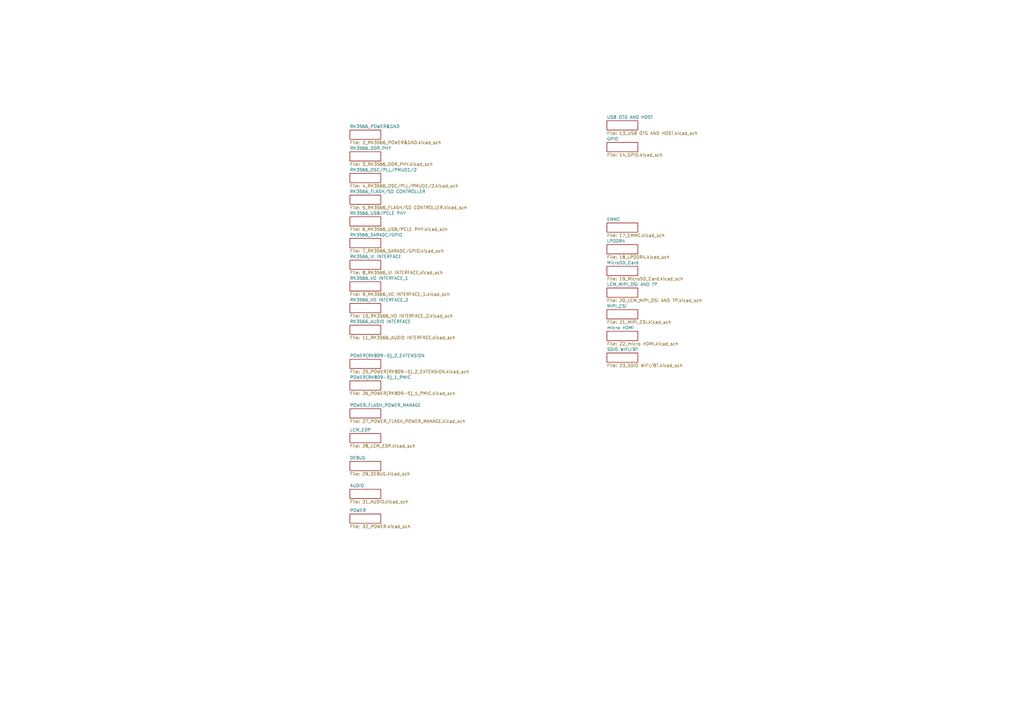
<source format=kicad_sch>
(kicad_sch
	(version 20250114)
	(generator "eeschema")
	(generator_version "9.0")
	(uuid "365a06a3-d093-4a49-a3f6-e0ba78d8761f")
	(paper "A3")
	(lib_symbols)
	(sheet
		(at 248.92 135.89)
		(size 12.7 3.81)
		(exclude_from_sim no)
		(in_bom yes)
		(on_board yes)
		(dnp no)
		(fields_autoplaced yes)
		(stroke
			(width 0)
			(type solid)
		)
		(fill
			(color 0 0 0 0.0000)
		)
		(uuid "008caa2c-0a86-487b-a304-0bd606b87c48")
		(property "Sheetname" "micro HDMI"
			(at 248.92 135.1784 0)
			(effects
				(font
					(size 1.27 1.27)
				)
				(justify left bottom)
			)
		)
		(property "Sheetfile" "22_micro HDMI.kicad_sch"
			(at 248.92 140.2846 0)
			(effects
				(font
					(size 1.27 1.27)
				)
				(justify left top)
			)
		)
		(instances
			(project "LCSC TaishanPi RK3566"
				(path "/365a06a3-d093-4a49-a3f6-e0ba78d8761f"
					(page "22")
				)
			)
		)
	)
	(sheet
		(at 143.51 133.35)
		(size 12.7 3.81)
		(exclude_from_sim no)
		(in_bom yes)
		(on_board yes)
		(dnp no)
		(fields_autoplaced yes)
		(stroke
			(width 0)
			(type solid)
		)
		(fill
			(color 0 0 0 0.0000)
		)
		(uuid "168aa6c3-aeff-447e-a80c-3d4803a4956d")
		(property "Sheetname" "RK3566_AUDIO INTERFACE"
			(at 143.51 132.6384 0)
			(effects
				(font
					(size 1.27 1.27)
				)
				(justify left bottom)
			)
		)
		(property "Sheetfile" "11_RK3566_AUDIO INTERFACE.kicad_sch"
			(at 143.51 137.7446 0)
			(effects
				(font
					(size 1.27 1.27)
				)
				(justify left top)
			)
		)
		(instances
			(project "LCSC TaishanPi RK3566"
				(path "/365a06a3-d093-4a49-a3f6-e0ba78d8761f"
					(page "11")
				)
			)
		)
	)
	(sheet
		(at 143.51 62.23)
		(size 12.7 3.81)
		(exclude_from_sim no)
		(in_bom yes)
		(on_board yes)
		(dnp no)
		(fields_autoplaced yes)
		(stroke
			(width 0)
			(type solid)
		)
		(fill
			(color 0 0 0 0.0000)
		)
		(uuid "290e5ca3-357e-4f90-9a7f-603ac522b793")
		(property "Sheetname" "RK3566_DDR_PHY"
			(at 143.51 61.5184 0)
			(effects
				(font
					(size 1.27 1.27)
				)
				(justify left bottom)
			)
		)
		(property "Sheetfile" "3_RK3566_DDR_PHY.kicad_sch"
			(at 143.51 66.6246 0)
			(effects
				(font
					(size 1.27 1.27)
				)
				(justify left top)
			)
		)
		(instances
			(project "LCSC TaishanPi RK3566"
				(path "/365a06a3-d093-4a49-a3f6-e0ba78d8761f"
					(page "3")
				)
			)
		)
	)
	(sheet
		(at 143.51 88.9)
		(size 12.7 3.81)
		(exclude_from_sim no)
		(in_bom yes)
		(on_board yes)
		(dnp no)
		(fields_autoplaced yes)
		(stroke
			(width 0)
			(type solid)
		)
		(fill
			(color 0 0 0 0.0000)
		)
		(uuid "3132e043-163e-43c7-be76-f5b58c7eca94")
		(property "Sheetname" "RK3566_USB/PCLE PHY"
			(at 143.51 88.1884 0)
			(effects
				(font
					(size 1.27 1.27)
				)
				(justify left bottom)
			)
		)
		(property "Sheetfile" "6_RK3566_USB{slash}PCLE PHY.kicad_sch"
			(at 143.51 93.2946 0)
			(effects
				(font
					(size 1.27 1.27)
				)
				(justify left top)
			)
		)
		(instances
			(project "LCSC TaishanPi RK3566"
				(path "/365a06a3-d093-4a49-a3f6-e0ba78d8761f"
					(page "6")
				)
			)
		)
	)
	(sheet
		(at 143.51 200.66)
		(size 12.7 3.81)
		(exclude_from_sim no)
		(in_bom yes)
		(on_board yes)
		(dnp no)
		(fields_autoplaced yes)
		(stroke
			(width 0)
			(type solid)
		)
		(fill
			(color 0 0 0 0.0000)
		)
		(uuid "3631c813-2c06-4307-a952-461f59e69a84")
		(property "Sheetname" "AUDIO"
			(at 143.51 199.9484 0)
			(effects
				(font
					(size 1.27 1.27)
				)
				(justify left bottom)
			)
		)
		(property "Sheetfile" "31_AUDIO.kicad_sch"
			(at 143.51 205.0546 0)
			(effects
				(font
					(size 1.27 1.27)
				)
				(justify left top)
			)
		)
		(instances
			(project "LCSC TaishanPi RK3566"
				(path "/365a06a3-d093-4a49-a3f6-e0ba78d8761f"
					(page "31")
				)
			)
		)
	)
	(sheet
		(at 143.51 97.79)
		(size 12.7 3.81)
		(exclude_from_sim no)
		(in_bom yes)
		(on_board yes)
		(dnp no)
		(fields_autoplaced yes)
		(stroke
			(width 0)
			(type solid)
		)
		(fill
			(color 0 0 0 0.0000)
		)
		(uuid "36c5eb8e-8f34-4b70-a186-afdbf28663d5")
		(property "Sheetname" "RK3566_SARADC/GPIO"
			(at 143.51 97.0784 0)
			(effects
				(font
					(size 1.27 1.27)
				)
				(justify left bottom)
			)
		)
		(property "Sheetfile" "7_RK3566_SARADC{slash}GPIO.kicad_sch"
			(at 143.51 102.1846 0)
			(effects
				(font
					(size 1.27 1.27)
				)
				(justify left top)
			)
		)
		(instances
			(project "LCSC TaishanPi RK3566"
				(path "/365a06a3-d093-4a49-a3f6-e0ba78d8761f"
					(page "7")
				)
			)
		)
	)
	(sheet
		(at 248.92 144.78)
		(size 12.7 3.81)
		(exclude_from_sim no)
		(in_bom yes)
		(on_board yes)
		(dnp no)
		(fields_autoplaced yes)
		(stroke
			(width 0)
			(type solid)
		)
		(fill
			(color 0 0 0 0.0000)
		)
		(uuid "3b6f2b66-22e5-4251-977e-26b746686d49")
		(property "Sheetname" "SDIO WIFI/BT"
			(at 248.92 144.0684 0)
			(effects
				(font
					(size 1.27 1.27)
				)
				(justify left bottom)
			)
		)
		(property "Sheetfile" "23_SDIO WIFI{slash}BT.kicad_sch"
			(at 248.92 149.1746 0)
			(effects
				(font
					(size 1.27 1.27)
				)
				(justify left top)
			)
		)
		(instances
			(project "LCSC TaishanPi RK3566"
				(path "/365a06a3-d093-4a49-a3f6-e0ba78d8761f"
					(page "23")
				)
			)
		)
	)
	(sheet
		(at 248.92 49.53)
		(size 12.7 3.81)
		(exclude_from_sim no)
		(in_bom yes)
		(on_board yes)
		(dnp no)
		(fields_autoplaced yes)
		(stroke
			(width 0)
			(type solid)
		)
		(fill
			(color 0 0 0 0.0000)
		)
		(uuid "3e654b63-f116-4265-b0d8-38e4e630d6e3")
		(property "Sheetname" "USB OTG AND HOST"
			(at 248.92 48.8184 0)
			(effects
				(font
					(size 1.27 1.27)
				)
				(justify left bottom)
			)
		)
		(property "Sheetfile" "13_USB OTG AND HOST.kicad_sch"
			(at 248.92 53.9246 0)
			(effects
				(font
					(size 1.27 1.27)
				)
				(justify left top)
			)
		)
		(instances
			(project "LCSC TaishanPi RK3566"
				(path "/365a06a3-d093-4a49-a3f6-e0ba78d8761f"
					(page "13")
				)
			)
		)
	)
	(sheet
		(at 248.92 91.44)
		(size 12.7 3.81)
		(exclude_from_sim no)
		(in_bom yes)
		(on_board yes)
		(dnp no)
		(fields_autoplaced yes)
		(stroke
			(width 0)
			(type solid)
		)
		(fill
			(color 0 0 0 0.0000)
		)
		(uuid "3f379422-ec0a-4c3d-bf7b-50cd95e279ca")
		(property "Sheetname" "EMMC"
			(at 248.92 90.7284 0)
			(effects
				(font
					(size 1.27 1.27)
				)
				(justify left bottom)
			)
		)
		(property "Sheetfile" "17_EMMC.kicad_sch"
			(at 248.92 95.8346 0)
			(effects
				(font
					(size 1.27 1.27)
				)
				(justify left top)
			)
		)
		(instances
			(project "LCSC TaishanPi RK3566"
				(path "/365a06a3-d093-4a49-a3f6-e0ba78d8761f"
					(page "17")
				)
			)
		)
	)
	(sheet
		(at 143.51 106.68)
		(size 12.7 3.81)
		(exclude_from_sim no)
		(in_bom yes)
		(on_board yes)
		(dnp no)
		(fields_autoplaced yes)
		(stroke
			(width 0)
			(type solid)
		)
		(fill
			(color 0 0 0 0.0000)
		)
		(uuid "4a00cbb6-e20c-40c6-ac5a-05ef3b321eaa")
		(property "Sheetname" "RK3566_VI INTERFACE"
			(at 143.51 105.9684 0)
			(effects
				(font
					(size 1.27 1.27)
				)
				(justify left bottom)
			)
		)
		(property "Sheetfile" "8_RK3566_VI INTERFACE.kicad_sch"
			(at 143.51 111.0746 0)
			(effects
				(font
					(size 1.27 1.27)
				)
				(justify left top)
			)
		)
		(instances
			(project "LCSC TaishanPi RK3566"
				(path "/365a06a3-d093-4a49-a3f6-e0ba78d8761f"
					(page "8")
				)
			)
		)
	)
	(sheet
		(at 143.51 53.34)
		(size 12.7 3.81)
		(exclude_from_sim no)
		(in_bom yes)
		(on_board yes)
		(dnp no)
		(fields_autoplaced yes)
		(stroke
			(width 0)
			(type solid)
		)
		(fill
			(color 0 0 0 0.0000)
		)
		(uuid "5805e4e4-dab4-4f3c-be63-cae06ec1bcec")
		(property "Sheetname" "RK3566_POWER&GND"
			(at 143.51 52.6284 0)
			(effects
				(font
					(size 1.27 1.27)
				)
				(justify left bottom)
			)
		)
		(property "Sheetfile" "2_RK3566_POWER&GND.kicad_sch"
			(at 143.51 57.7346 0)
			(effects
				(font
					(size 1.27 1.27)
				)
				(justify left top)
			)
		)
		(instances
			(project "LCSC TaishanPi RK3566"
				(path "/365a06a3-d093-4a49-a3f6-e0ba78d8761f"
					(page "2")
				)
			)
		)
	)
	(sheet
		(at 143.51 124.46)
		(size 12.7 3.81)
		(exclude_from_sim no)
		(in_bom yes)
		(on_board yes)
		(dnp no)
		(fields_autoplaced yes)
		(stroke
			(width 0)
			(type solid)
		)
		(fill
			(color 0 0 0 0.0000)
		)
		(uuid "59c2b9d3-ac94-4693-85ca-8665172cda0e")
		(property "Sheetname" "RK3566_VO INTERFACE_2"
			(at 143.51 123.7484 0)
			(effects
				(font
					(size 1.27 1.27)
				)
				(justify left bottom)
			)
		)
		(property "Sheetfile" "10_RK3566_VO INTERFACE_2.kicad_sch"
			(at 143.51 128.8546 0)
			(effects
				(font
					(size 1.27 1.27)
				)
				(justify left top)
			)
		)
		(instances
			(project "LCSC TaishanPi RK3566"
				(path "/365a06a3-d093-4a49-a3f6-e0ba78d8761f"
					(page "10")
				)
			)
		)
	)
	(sheet
		(at 143.51 71.12)
		(size 12.7 3.81)
		(exclude_from_sim no)
		(in_bom yes)
		(on_board yes)
		(dnp no)
		(fields_autoplaced yes)
		(stroke
			(width 0)
			(type solid)
		)
		(fill
			(color 0 0 0 0.0000)
		)
		(uuid "5a53e4b0-f1e2-49e9-82a4-12ea82aab44b")
		(property "Sheetname" "RK3566_OSC/PLL/PMUO1/2"
			(at 143.51 70.4084 0)
			(effects
				(font
					(size 1.27 1.27)
				)
				(justify left bottom)
			)
		)
		(property "Sheetfile" "4_RK3566_OSC{slash}PLL{slash}PMUO1{slash}2.kicad_sch"
			(at 143.51 75.5146 0)
			(effects
				(font
					(size 1.27 1.27)
				)
				(justify left top)
			)
		)
		(instances
			(project "LCSC TaishanPi RK3566"
				(path "/365a06a3-d093-4a49-a3f6-e0ba78d8761f"
					(page "4")
				)
			)
		)
	)
	(sheet
		(at 143.51 210.82)
		(size 12.7 3.81)
		(exclude_from_sim no)
		(in_bom yes)
		(on_board yes)
		(dnp no)
		(fields_autoplaced yes)
		(stroke
			(width 0)
			(type solid)
		)
		(fill
			(color 0 0 0 0.0000)
		)
		(uuid "5ecfe0f0-339e-48ac-a51f-13d807bee0d0")
		(property "Sheetname" "POWER"
			(at 143.51 210.1084 0)
			(effects
				(font
					(size 1.27 1.27)
				)
				(justify left bottom)
			)
		)
		(property "Sheetfile" "32_POWER.kicad_sch"
			(at 143.51 215.2146 0)
			(effects
				(font
					(size 1.27 1.27)
				)
				(justify left top)
			)
		)
		(instances
			(project "LCSC TaishanPi RK3566"
				(path "/365a06a3-d093-4a49-a3f6-e0ba78d8761f"
					(page "32")
				)
			)
		)
	)
	(sheet
		(at 143.51 189.23)
		(size 12.7 3.81)
		(exclude_from_sim no)
		(in_bom yes)
		(on_board yes)
		(dnp no)
		(fields_autoplaced yes)
		(stroke
			(width 0)
			(type solid)
		)
		(fill
			(color 0 0 0 0.0000)
		)
		(uuid "624a611c-b3cd-480b-9cf0-ba976730d2de")
		(property "Sheetname" "DEBUG"
			(at 143.51 188.5184 0)
			(effects
				(font
					(size 1.27 1.27)
				)
				(justify left bottom)
			)
		)
		(property "Sheetfile" "29_DEBUG.kicad_sch"
			(at 143.51 193.6246 0)
			(effects
				(font
					(size 1.27 1.27)
				)
				(justify left top)
			)
		)
		(instances
			(project "LCSC TaishanPi RK3566"
				(path "/365a06a3-d093-4a49-a3f6-e0ba78d8761f"
					(page "29")
				)
			)
		)
	)
	(sheet
		(at 143.51 156.21)
		(size 12.7 3.81)
		(exclude_from_sim no)
		(in_bom yes)
		(on_board yes)
		(dnp no)
		(fields_autoplaced yes)
		(stroke
			(width 0)
			(type solid)
		)
		(fill
			(color 0 0 0 0.0000)
		)
		(uuid "8ee45504-74cd-4a09-afcc-3b8bdbf13d0f")
		(property "Sheetname" "POWER(RK809-5)_1_PMIC"
			(at 143.51 155.4984 0)
			(effects
				(font
					(size 1.27 1.27)
				)
				(justify left bottom)
			)
		)
		(property "Sheetfile" "26_POWER(RK809-5)_1_PMIC.kicad_sch"
			(at 143.51 160.6046 0)
			(effects
				(font
					(size 1.27 1.27)
				)
				(justify left top)
			)
		)
		(instances
			(project "LCSC TaishanPi RK3566"
				(path "/365a06a3-d093-4a49-a3f6-e0ba78d8761f"
					(page "26")
				)
			)
		)
	)
	(sheet
		(at 143.51 167.64)
		(size 12.7 3.81)
		(exclude_from_sim no)
		(in_bom yes)
		(on_board yes)
		(dnp no)
		(fields_autoplaced yes)
		(stroke
			(width 0)
			(type solid)
		)
		(fill
			(color 0 0 0 0.0000)
		)
		(uuid "9b6135bd-7f45-40c4-940a-f4310e9ffa6d")
		(property "Sheetname" "POWER_FLASH_POWER_MANAGE"
			(at 143.51 166.9284 0)
			(effects
				(font
					(size 1.27 1.27)
				)
				(justify left bottom)
			)
		)
		(property "Sheetfile" "27_POWER_FLASH_POWER_MANAGE.kicad_sch"
			(at 143.51 172.0346 0)
			(effects
				(font
					(size 1.27 1.27)
				)
				(justify left top)
			)
		)
		(instances
			(project "LCSC TaishanPi RK3566"
				(path "/365a06a3-d093-4a49-a3f6-e0ba78d8761f"
					(page "27")
				)
			)
		)
	)
	(sheet
		(at 248.92 58.42)
		(size 12.7 3.81)
		(exclude_from_sim no)
		(in_bom yes)
		(on_board yes)
		(dnp no)
		(fields_autoplaced yes)
		(stroke
			(width 0)
			(type solid)
		)
		(fill
			(color 0 0 0 0.0000)
		)
		(uuid "9d6edea7-207d-4a70-872b-766eb5226c1e")
		(property "Sheetname" "GPIO"
			(at 248.92 57.7084 0)
			(effects
				(font
					(size 1.27 1.27)
				)
				(justify left bottom)
			)
		)
		(property "Sheetfile" "14_GPIO.kicad_sch"
			(at 248.92 62.8146 0)
			(effects
				(font
					(size 1.27 1.27)
				)
				(justify left top)
			)
		)
		(instances
			(project "LCSC TaishanPi RK3566"
				(path "/365a06a3-d093-4a49-a3f6-e0ba78d8761f"
					(page "14")
				)
			)
		)
	)
	(sheet
		(at 143.51 115.57)
		(size 12.7 3.81)
		(exclude_from_sim no)
		(in_bom yes)
		(on_board yes)
		(dnp no)
		(fields_autoplaced yes)
		(stroke
			(width 0)
			(type solid)
		)
		(fill
			(color 0 0 0 0.0000)
		)
		(uuid "ad35a253-f118-4090-a460-dbae9d2540d7")
		(property "Sheetname" "RK3566_VO INTERFACE_1"
			(at 143.51 114.8584 0)
			(effects
				(font
					(size 1.27 1.27)
				)
				(justify left bottom)
			)
		)
		(property "Sheetfile" "9_RK3566_VO INTERFACE_1.kicad_sch"
			(at 143.51 119.9646 0)
			(effects
				(font
					(size 1.27 1.27)
				)
				(justify left top)
			)
		)
		(instances
			(project "LCSC TaishanPi RK3566"
				(path "/365a06a3-d093-4a49-a3f6-e0ba78d8761f"
					(page "9")
				)
			)
		)
	)
	(sheet
		(at 248.92 127)
		(size 12.7 3.81)
		(exclude_from_sim no)
		(in_bom yes)
		(on_board yes)
		(dnp no)
		(fields_autoplaced yes)
		(stroke
			(width 0)
			(type solid)
		)
		(fill
			(color 0 0 0 0.0000)
		)
		(uuid "b0152123-f32d-4297-9503-fd896518b4a9")
		(property "Sheetname" "MIPI_CSI"
			(at 248.92 126.2884 0)
			(effects
				(font
					(size 1.27 1.27)
				)
				(justify left bottom)
			)
		)
		(property "Sheetfile" "21_MIPI_CSI.kicad_sch"
			(at 248.92 131.3946 0)
			(effects
				(font
					(size 1.27 1.27)
				)
				(justify left top)
			)
		)
		(instances
			(project "LCSC TaishanPi RK3566"
				(path "/365a06a3-d093-4a49-a3f6-e0ba78d8761f"
					(page "21")
				)
			)
		)
	)
	(sheet
		(at 248.92 109.22)
		(size 12.7 3.81)
		(exclude_from_sim no)
		(in_bom yes)
		(on_board yes)
		(dnp no)
		(fields_autoplaced yes)
		(stroke
			(width 0)
			(type solid)
		)
		(fill
			(color 0 0 0 0.0000)
		)
		(uuid "b9ca7246-9dfd-4397-83eb-11e7043adfe7")
		(property "Sheetname" "MicroSD_Card"
			(at 248.92 108.5084 0)
			(effects
				(font
					(size 1.27 1.27)
				)
				(justify left bottom)
			)
		)
		(property "Sheetfile" "19_MicroSD_Card.kicad_sch"
			(at 248.92 113.6146 0)
			(effects
				(font
					(size 1.27 1.27)
				)
				(justify left top)
			)
		)
		(instances
			(project "LCSC TaishanPi RK3566"
				(path "/365a06a3-d093-4a49-a3f6-e0ba78d8761f"
					(page "19")
				)
			)
		)
	)
	(sheet
		(at 143.51 147.32)
		(size 12.7 3.81)
		(exclude_from_sim no)
		(in_bom yes)
		(on_board yes)
		(dnp no)
		(fields_autoplaced yes)
		(stroke
			(width 0)
			(type solid)
		)
		(fill
			(color 0 0 0 0.0000)
		)
		(uuid "c081cd85-d4ba-4772-8a9d-133f1f2603d7")
		(property "Sheetname" "POWER(RK809-5)_2_EXTENSION"
			(at 143.51 146.6084 0)
			(effects
				(font
					(size 1.27 1.27)
				)
				(justify left bottom)
			)
		)
		(property "Sheetfile" "25_POWER(RK809-5)_2_EXTENSION.kicad_sch"
			(at 143.51 151.7146 0)
			(effects
				(font
					(size 1.27 1.27)
				)
				(justify left top)
			)
		)
		(instances
			(project "LCSC TaishanPi RK3566"
				(path "/365a06a3-d093-4a49-a3f6-e0ba78d8761f"
					(page "25")
				)
			)
		)
	)
	(sheet
		(at 248.92 118.11)
		(size 12.7 3.81)
		(exclude_from_sim no)
		(in_bom yes)
		(on_board yes)
		(dnp no)
		(fields_autoplaced yes)
		(stroke
			(width 0)
			(type solid)
		)
		(fill
			(color 0 0 0 0.0000)
		)
		(uuid "c7ba1672-bd34-470c-a523-4f4c6e02dc68")
		(property "Sheetname" "LCM_MIPI_DSI AND TP"
			(at 248.92 117.3984 0)
			(effects
				(font
					(size 1.27 1.27)
				)
				(justify left bottom)
			)
		)
		(property "Sheetfile" "20_LCM_MIPI_DSI AND TP.kicad_sch"
			(at 248.92 122.5046 0)
			(effects
				(font
					(size 1.27 1.27)
				)
				(justify left top)
			)
		)
		(instances
			(project "LCSC TaishanPi RK3566"
				(path "/365a06a3-d093-4a49-a3f6-e0ba78d8761f"
					(page "20")
				)
			)
		)
	)
	(sheet
		(at 248.92 100.33)
		(size 12.7 3.81)
		(exclude_from_sim no)
		(in_bom yes)
		(on_board yes)
		(dnp no)
		(fields_autoplaced yes)
		(stroke
			(width 0)
			(type solid)
		)
		(fill
			(color 0 0 0 0.0000)
		)
		(uuid "d0758dc7-1af7-43fa-86ef-91921ec56fac")
		(property "Sheetname" "LPDDR4"
			(at 248.92 99.6184 0)
			(effects
				(font
					(size 1.27 1.27)
				)
				(justify left bottom)
			)
		)
		(property "Sheetfile" "18_LPDDR4.kicad_sch"
			(at 248.92 104.7246 0)
			(effects
				(font
					(size 1.27 1.27)
				)
				(justify left top)
			)
		)
		(instances
			(project "LCSC TaishanPi RK3566"
				(path "/365a06a3-d093-4a49-a3f6-e0ba78d8761f"
					(page "18")
				)
			)
		)
	)
	(sheet
		(at 143.51 80.01)
		(size 12.7 3.81)
		(exclude_from_sim no)
		(in_bom yes)
		(on_board yes)
		(dnp no)
		(fields_autoplaced yes)
		(stroke
			(width 0)
			(type solid)
		)
		(fill
			(color 0 0 0 0.0000)
		)
		(uuid "e47a0d67-abaf-47af-b2f0-9f52d3500abf")
		(property "Sheetname" "RK3566_FLASH/SD CONTROLLER"
			(at 143.51 79.2984 0)
			(effects
				(font
					(size 1.27 1.27)
				)
				(justify left bottom)
			)
		)
		(property "Sheetfile" "5_RK3566_FLASH{slash}SD CONTROLLER.kicad_sch"
			(at 143.51 84.4046 0)
			(effects
				(font
					(size 1.27 1.27)
				)
				(justify left top)
			)
		)
		(instances
			(project "LCSC TaishanPi RK3566"
				(path "/365a06a3-d093-4a49-a3f6-e0ba78d8761f"
					(page "5")
				)
			)
		)
	)
	(sheet
		(at 143.51 177.8)
		(size 12.7 3.81)
		(exclude_from_sim no)
		(in_bom yes)
		(on_board yes)
		(dnp no)
		(fields_autoplaced yes)
		(stroke
			(width 0)
			(type solid)
		)
		(fill
			(color 0 0 0 0.0000)
		)
		(uuid "ebea7b0a-6431-4d3e-a6a9-6ce2e9187c5c")
		(property "Sheetname" "LCM_EDP"
			(at 143.51 177.0884 0)
			(effects
				(font
					(size 1.27 1.27)
				)
				(justify left bottom)
			)
		)
		(property "Sheetfile" "28_LCM_EDP.kicad_sch"
			(at 143.51 182.1946 0)
			(effects
				(font
					(size 1.27 1.27)
				)
				(justify left top)
			)
		)
		(instances
			(project "LCSC TaishanPi RK3566"
				(path "/365a06a3-d093-4a49-a3f6-e0ba78d8761f"
					(page "28")
				)
			)
		)
	)
)

</source>
